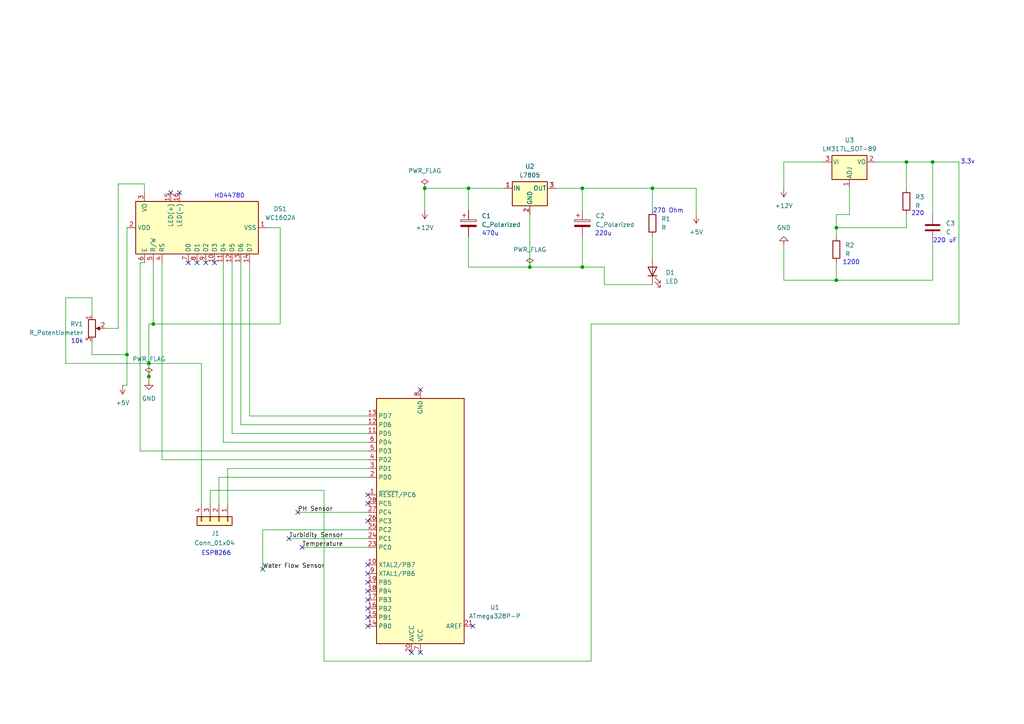
<source format=kicad_sch>
(kicad_sch (version 20250114) (generator "eeschema") (generator_version "9.0")
  (paper "A4")
  (lib_symbols
    (symbol "Connector_Generic:Conn_01x04" (pin_names (offset 1.016) (hide yes))
      (property "Reference" "J" (at 0 5.08 0))
      (property "Value" "Conn_01x04" (at 0 -7.62 0))
      (symbol "Conn_01x04_1_1"
        (rectangle (start -1.27 3.81) (end 1.27 -6.35) (stroke (width 0.254)) (fill (type background)))
        (rectangle (start -1.27 2.667) (end 0 2.413) (stroke (width 0.1524)))
        (rectangle (start -1.27 0.127) (end 0 -0.127) (stroke (width 0.1524)))
        (rectangle (start -1.27 -2.413) (end 0 -2.667) (stroke (width 0.1524)))
        (rectangle (start -1.27 -4.953) (end 0 -5.207) (stroke (width 0.1524)))
        (pin passive line (at -5.08 2.54 0) (length 3.81) (name "Pin_1") (number "1"))
        (pin passive line (at -5.08 0 0) (length 3.81) (name "Pin_2") (number "2"))
        (pin passive line (at -5.08 -2.54 0) (length 3.81) (name "Pin_3") (number "3"))
        (pin passive line (at -5.08 -5.08 0) (length 3.81) (name "Pin_4") (number "4"))
      )
    )
    (symbol "Device:C" (pin_numbers (hide yes)) (pin_names (offset 0.254))
      (property "Reference" "C" (at 0.635 2.54 0))
      (property "Value" "C" (at 0.635 -2.54 0))
      (symbol "C_0_1"
        (polyline (pts (xy -2.032 0.762) (xy 2.032 0.762)) (stroke (width 0.508)))
        (polyline (pts (xy -2.032 -0.762) (xy 2.032 -0.762)) (stroke (width 0.508)))
      )
      (symbol "C_1_1"
        (pin passive line (at 0 3.81 270) (length 2.794) (name "~") (number "1"))
        (pin passive line (at 0 -3.81 90) (length 2.794) (name "~") (number "2"))
      )
    )
    (symbol "Device:C_Polarized" (pin_numbers (hide yes)) (pin_names (offset 0.254))
      (property "Reference" "C" (at 0.635 2.54 0))
      (property "Value" "C_Polarized" (at 0.635 -2.54 0))
      (symbol "C_Polarized_0_1"
        (rectangle (start -2.286 0.508) (end 2.286 1.016))
        (polyline (pts (xy -1.778 2.286) (xy -0.762 2.286)))
        (polyline (pts (xy -1.27 2.794) (xy -1.27 1.778)))
        (rectangle (start 2.286 -0.508) (end -2.286 -1.016) (fill (type outline)))
      )
      (symbol "C_Polarized_1_1"
        (pin passive line (at 0 3.81 270) (length 2.794) (name "~") (number "1"))
        (pin passive line (at 0 -3.81 90) (length 2.794) (name "~") (number "2"))
      )
    )
    (symbol "Device:LED" (pin_numbers (hide yes)) (pin_names (offset 1.016) (hide yes))
      (property "Reference" "D" (at 0 2.54 0))
      (property "Value" "LED" (at 0 -2.54 0))
      (symbol "LED_0_1"
        (polyline (pts (xy -3.048 -0.762) (xy -4.572 -2.286) (xy -3.81 -2.286) (xy -4.572 -2.286) (xy -4.572 -1.524)))
        (polyline (pts (xy -1.778 -0.762) (xy -3.302 -2.286) (xy -2.54 -2.286) (xy -3.302 -2.286) (xy -3.302 -1.524)))
        (polyline (pts (xy -1.27 0) (xy 1.27 0)))
        (polyline (pts (xy -1.27 -1.27) (xy -1.27 1.27)) (stroke (width 0.254)))
        (polyline (pts (xy 1.27 -1.27) (xy 1.27 1.27) (xy -1.27 0) (xy 1.27 -1.27)) (stroke (width 0.254)))
      )
      (symbol "LED_1_1"
        (pin passive line (at -3.81 0 0) (length 2.54) (name "K") (number "1"))
        (pin passive line (at 3.81 0 180) (length 2.54) (name "A") (number "2"))
      )
    )
    (symbol "Device:R" (pin_numbers (hide yes)) (pin_names (offset 0))
      (property "Reference" "R" (at 2.032 0 90))
      (property "Value" "R" (at 0 0 90))
      (symbol "R_0_1"
        (rectangle (start -1.016 -2.54) (end 1.016 2.54) (stroke (width 0.254)))
      )
      (symbol "R_1_1"
        (pin passive line (at 0 3.81 270) (length 1.27) (name "~") (number "1"))
        (pin passive line (at 0 -3.81 90) (length 1.27) (name "~") (number "2"))
      )
    )
    (symbol "Device:R_Potentiometer" (pin_names (offset 1.016) (hide yes))
      (property "Reference" "RV" (at -4.445 0 90))
      (property "Value" "R_Potentiometer" (at -2.54 0 90))
      (symbol "R_Potentiometer_0_1"
        (rectangle (start 1.016 2.54) (end -1.016 -2.54) (stroke (width 0.254)))
        (polyline (pts (xy 1.143 0) (xy 2.286 0.508) (xy 2.286 -0.508) (xy 1.143 0)) (fill (type outline)))
        (polyline (pts (xy 2.54 0) (xy 1.524 0)))
      )
      (symbol "R_Potentiometer_1_1"
        (pin passive line (at 0 3.81 270) (length 1.27) (name "1") (number "1"))
        (pin passive line (at 0 -3.81 90) (length 1.27) (name "3") (number "3"))
        (pin passive line (at 3.81 0 180) (length 1.27) (name "2") (number "2"))
      )
    )
    (symbol "Display_Character:WC1602A"
      (property "Reference" "DS" (at -5.842 19.05 0))
      (property "Value" "WC1602A" (at 5.334 19.05 0))
      (symbol "WC1602A_1_1"
        (rectangle (start -7.62 17.78) (end 7.62 -17.78) (stroke (width 0.254)) (fill (type background)))
        (pin input line (at -10.16 15.24 0) (length 2.54) (name "E") (number "6"))
        (pin input line (at -10.16 12.7 0) (length 2.54) (name "R/W") (number "5"))
        (pin input line (at -10.16 10.16 0) (length 2.54) (name "RS") (number "4"))
        (pin input line (at -10.16 2.54 0) (length 2.54) (name "D0") (number "7"))
        (pin input line (at -10.16 0 0) (length 2.54) (name "D1") (number "8"))
        (pin input line (at -10.16 -2.54 0) (length 2.54) (name "D2") (number "9"))
        (pin input line (at -10.16 -5.08 0) (length 2.54) (name "D3") (number "10"))
        (pin input line (at -10.16 -7.62 0) (length 2.54) (name "D4") (number "11"))
        (pin input line (at -10.16 -10.16 0) (length 2.54) (name "D5") (number "12"))
        (pin input line (at -10.16 -12.7 0) (length 2.54) (name "D6") (number "13"))
        (pin input line (at -10.16 -15.24 0) (length 2.54) (name "D7") (number "14"))
        (pin power_in line (at 0 20.32 270) (length 2.54) (name "VDD") (number "2"))
        (pin power_in line (at 0 -20.32 90) (length 2.54) (name "VSS") (number "1"))
        (pin input line (at 10.16 15.24 180) (length 2.54) (name "VO") (number "3"))
        (pin power_in line (at 10.16 7.62 180) (length 2.54) (name "LED(+)") (number "15"))
        (pin power_in line (at 10.16 5.08 180) (length 2.54) (name "LED(-)") (number "16"))
      )
    )
    (symbol "MCU_Microchip_ATmega:ATmega328P-P"
      (property "Reference" "U" (at -12.7 36.83 0))
      (property "Value" "ATmega328P-P" (at 2.54 -36.83 0))
      (symbol "ATmega328P-P_0_1"
        (rectangle (start -12.7 -35.56) (end 12.7 35.56) (stroke (width 0.254)) (fill (type background)))
      )
      (symbol "ATmega328P-P_1_1"
        (pin passive line (at -15.24 30.48 0) (length 2.54) (name "AREF") (number "21"))
        (pin power_in line (at 0 38.1 270) (length 2.54) (name "VCC") (number "7"))
        (pin passive line (at 0 -38.1 90) (length 2.54) (hide yes) (name "GND") (number "22"))
        (pin power_in line (at 0 -38.1 90) (length 2.54) (name "GND") (number "8"))
        (pin power_in line (at 2.54 38.1 270) (length 2.54) (name "AVCC") (number "20"))
        (pin bidirectional line (at 15.24 30.48 180) (length 2.54) (name "PB0") (number "14"))
        (pin bidirectional line (at 15.24 27.94 180) (length 2.54) (name "PB1") (number "15"))
        (pin bidirectional line (at 15.24 25.4 180) (length 2.54) (name "PB2") (number "16"))
        (pin bidirectional line (at 15.24 22.86 180) (length 2.54) (name "PB3") (number "17"))
        (pin bidirectional line (at 15.24 20.32 180) (length 2.54) (name "PB4") (number "18"))
        (pin bidirectional line (at 15.24 17.78 180) (length 2.54) (name "PB5") (number "19"))
        (pin bidirectional line (at 15.24 15.24 180) (length 2.54) (name "XTAL1/PB6") (number "9"))
        (pin bidirectional line (at 15.24 12.7 180) (length 2.54) (name "XTAL2/PB7") (number "10"))
        (pin bidirectional line (at 15.24 7.62 180) (length 2.54) (name "PC0") (number "23"))
        (pin bidirectional line (at 15.24 5.08 180) (length 2.54) (name "PC1") (number "24"))
        (pin bidirectional line (at 15.24 2.54 180) (length 2.54) (name "PC2") (number "25"))
        (pin bidirectional line (at 15.24 0 180) (length 2.54) (name "PC3") (number "26"))
        (pin bidirectional line (at 15.24 -2.54 180) (length 2.54) (name "PC4") (number "27"))
        (pin bidirectional line (at 15.24 -5.08 180) (length 2.54) (name "PC5") (number "28"))
        (pin bidirectional line (at 15.24 -7.62 180) (length 2.54) (name "~{RESET}/PC6") (number "1"))
        (pin bidirectional line (at 15.24 -12.7 180) (length 2.54) (name "PD0") (number "2"))
        (pin bidirectional line (at 15.24 -15.24 180) (length 2.54) (name "PD1") (number "3"))
        (pin bidirectional line (at 15.24 -17.78 180) (length 2.54) (name "PD2") (number "4"))
        (pin bidirectional line (at 15.24 -20.32 180) (length 2.54) (name "PD3") (number "5"))
        (pin bidirectional line (at 15.24 -22.86 180) (length 2.54) (name "PD4") (number "6"))
        (pin bidirectional line (at 15.24 -25.4 180) (length 2.54) (name "PD5") (number "11"))
        (pin bidirectional line (at 15.24 -27.94 180) (length 2.54) (name "PD6") (number "12"))
        (pin bidirectional line (at 15.24 -30.48 180) (length 2.54) (name "PD7") (number "13"))
      )
    )
    (symbol "Regulator_Linear:L7805" (pin_names (offset 0.254))
      (property "Reference" "U" (at -3.81 3.175 0))
      (property "Value" "L7805" (at 0 3.175 0))
      (symbol "L7805_0_1"
        (rectangle (start -5.08 1.905) (end 5.08 -5.08) (stroke (width 0.254)) (fill (type background)))
      )
      (symbol "L7805_1_1"
        (pin power_in line (at -7.62 0 0) (length 2.54) (name "IN") (number "1"))
        (pin power_in line (at 0 -7.62 90) (length 2.54) (name "GND") (number "2"))
        (pin power_out line (at 7.62 0 180) (length 2.54) (name "OUT") (number "3"))
      )
    )
    (symbol "Regulator_Linear:LM317L_SOT-89" (pin_names (offset 0.254))
      (property "Reference" "U" (at -3.81 3.175 0))
      (property "Value" "LM317L_SOT-89" (at 0 3.175 0))
      (symbol "LM317L_SOT-89_0_1"
        (rectangle (start -5.08 1.905) (end 5.08 -5.08) (stroke (width 0.254)) (fill (type background)))
      )
      (symbol "LM317L_SOT-89_1_1"
        (pin power_in line (at -7.62 0 0) (length 2.54) (name "VI") (number "3"))
        (pin input line (at 0 -7.62 90) (length 2.54) (name "ADJ") (number "1"))
        (pin power_out line (at 7.62 0 180) (length 2.54) (name "VO") (number "2"))
      )
    )
    (symbol "power:+12V" (power) (pin_numbers (hide yes)) (pin_names (offset 0) (hide yes))
      (property "Value" "+12V" (at 0 3.556 0))
      (symbol "+12V_0_1"
        (polyline (pts (xy -0.762 1.27) (xy 0 2.54)))
        (polyline (pts (xy 0 2.54) (xy 0.762 1.27)))
        (polyline (pts (xy 0 0) (xy 0 2.54)))
      )
      (symbol "+12V_1_1"
        (pin power_in line (at 0 0 90) (length 0) (name "~") (number "1"))
      )
    )
    (symbol "power:+5V" (power) (pin_numbers (hide yes)) (pin_names (offset 0) (hide yes))
      (property "Value" "+5V" (at 0 3.556 0))
      (symbol "+5V_0_1"
        (polyline (pts (xy -0.762 1.27) (xy 0 2.54)))
        (polyline (pts (xy 0 2.54) (xy 0.762 1.27)))
        (polyline (pts (xy 0 0) (xy 0 2.54)))
      )
      (symbol "+5V_1_1"
        (pin power_in line (at 0 0 90) (length 0) (name "~") (number "1"))
      )
    )
    (symbol "power:GND" (power) (pin_numbers (hide yes)) (pin_names (offset 0) (hide yes))
      (property "Value" "GND" (at 0 -3.81 0))
      (symbol "GND_0_1"
        (polyline (pts (xy 0 0) (xy 0 -1.27) (xy 1.27 -1.27) (xy 0 -2.54) (xy -1.27 -1.27) (xy 0 -1.27)))
      )
      (symbol "GND_1_1"
        (pin power_in line (at 0 0 270) (length 0) (name "~") (number "1"))
      )
    )
    (symbol "power:PWR_FLAG" (power) (pin_numbers (hide yes)) (pin_names (offset 0) (hide yes))
      (property "Value" "PWR_FLAG" (at 0 3.81 0))
      (symbol "PWR_FLAG_0_0"
        (pin power_out line (at 0 0 90) (length 0) (name "~") (number "1"))
      )
      (symbol "PWR_FLAG_0_1"
        (polyline (pts (xy 0 0) (xy 0 1.27) (xy -1.016 1.905) (xy 0 2.54) (xy 1.016 1.905) (xy 0 1.27)))
      )
    )
  )
  (text "220u" (at 175.006 67.818 0) (effects (font (size 1.27 1.27))))
  (text "220" (at 266.192 61.976 0) (effects (font (size 1.27 1.27))))
  (text "220 uF" (at 274.066 69.85 0) (effects (font (size 1.27 1.27))))
  (text "HD44780" (at 66.548 56.896 0) (effects (font (size 1.27 1.27))))
  (text "ESP8266" (at 62.738 160.528 0) (effects (font (size 1.27 1.27))))
  (text "10k" (at 22.352 99.06 0) (effects (font (size 1.27 1.27))))
  (text "1200" (at 246.888 76.2 0) (effects (font (size 1.27 1.27))))
  (text "270 Ohm" (at 193.802 61.214 0) (effects (font (size 1.27 1.27))))
  (text "3.3v" (at 280.67 46.99 0) (effects (font (size 1.27 1.27))))
  (text "470u" (at 142.24 67.818 0) (effects (font (size 1.27 1.27))))
  (junction (at 262.89 46.99))
  (junction (at 153.67 77.47))
  (junction (at 189.23 54.61))
  (junction (at 43.18 105.41))
  (junction (at 43.18 109.22))
  (junction (at 123.19 54.61))
  (junction (at 242.57 81.28))
  (junction (at 36.83 102.87))
  (junction (at 44.45 93.98))
  (junction (at 270.51 46.99))
  (junction (at 168.91 77.47))
  (junction (at 135.89 54.61))
  (junction (at 242.57 66.04))
  (junction (at 168.91 54.61))
  (no_connect (at 106.68 166.37))
  (no_connect (at 87.63 158.75))
  (no_connect (at 137.16 181.61))
  (no_connect (at 106.68 173.99))
  (no_connect (at 106.68 146.05))
  (no_connect (at 57.15 76.2))
  (no_connect (at 54.61 76.2))
  (no_connect (at 106.68 179.07))
  (no_connect (at 83.82 156.21))
  (no_connect (at 106.68 168.91))
  (no_connect (at 106.68 176.53))
  (no_connect (at 76.2 165.1))
  (no_connect (at 106.68 151.13))
  (no_connect (at 59.69 76.2))
  (no_connect (at 121.92 189.23))
  (no_connect (at 106.68 143.51))
  (no_connect (at 121.92 113.03))
  (no_connect (at 52.07 55.88))
  (no_connect (at 106.68 163.83))
  (no_connect (at 106.68 171.45))
  (no_connect (at 119.38 189.23))
  (no_connect (at 62.23 76.2))
  (no_connect (at 86.36 148.59))
  (no_connect (at 106.68 181.61))
  (no_connect (at 49.53 55.88))
  (wire (pts (xy 44.45 93.98) (xy 81.28 93.98)))
  (wire (pts (xy 135.89 77.47) (xy 153.67 77.47)))
  (wire (pts (xy 278.13 46.99) (xy 278.13 93.98)))
  (wire (pts (xy 81.28 66.04) (xy 77.47 66.04)))
  (wire (pts (xy 242.57 76.2) (xy 242.57 81.28)))
  (wire (pts (xy 270.51 81.28) (xy 242.57 81.28)))
  (wire (pts (xy 58.42 105.41) (xy 43.18 105.41)))
  (wire (pts (xy 135.89 68.58) (xy 135.89 77.47)))
  (wire (pts (xy 171.45 191.77) (xy 171.45 93.98)))
  (wire (pts (xy 81.28 93.98) (xy 81.28 66.04)))
  (wire (pts (xy 106.68 120.65) (xy 72.39 120.65)))
  (wire (pts (xy 63.5 138.43) (xy 63.5 146.05)))
  (wire (pts (xy 106.68 153.67) (xy 76.2 153.67)))
  (wire (pts (xy 26.67 86.36) (xy 19.05 86.36)))
  (wire (pts (xy 153.67 77.47) (xy 168.91 77.47)))
  (wire (pts (xy 262.89 62.23) (xy 262.89 66.04)))
  (wire (pts (xy 43.18 109.22) (xy 43.18 105.41)))
  (wire (pts (xy 26.67 91.44) (xy 26.67 86.36)))
  (wire (pts (xy 86.36 148.59) (xy 106.68 148.59)))
  (wire (pts (xy 106.68 130.81) (xy 40.64 130.81)))
  (wire (pts (xy 227.33 46.99) (xy 238.76 46.99)))
  (wire (pts (xy 270.51 46.99) (xy 278.13 46.99)))
  (wire (pts (xy 270.51 69.85) (xy 270.51 81.28)))
  (wire (pts (xy 43.18 105.41) (xy 43.18 93.98)))
  (wire (pts (xy 262.89 66.04) (xy 242.57 66.04)))
  (wire (pts (xy 93.98 191.77) (xy 171.45 191.77)))
  (wire (pts (xy 26.67 102.87) (xy 36.83 102.87)))
  (wire (pts (xy 43.18 110.49) (xy 43.18 109.22)))
  (wire (pts (xy 34.29 53.34) (xy 34.29 95.25)))
  (wire (pts (xy 40.64 130.81) (xy 40.64 76.2)))
  (wire (pts (xy 76.2 153.67) (xy 76.2 165.1)))
  (wire (pts (xy 135.89 54.61) (xy 123.19 54.61)))
  (wire (pts (xy 270.51 46.99) (xy 262.89 46.99)))
  (wire (pts (xy 106.68 135.89) (xy 66.04 135.89)))
  (wire (pts (xy 19.05 105.41) (xy 43.18 105.41)))
  (wire (pts (xy 26.67 99.06) (xy 26.67 102.87)))
  (wire (pts (xy 106.68 125.73) (xy 67.31 125.73)))
  (wire (pts (xy 153.67 62.23) (xy 153.67 77.47)))
  (wire (pts (xy 58.42 146.05) (xy 58.42 105.41)))
  (wire (pts (xy 34.29 95.25) (xy 30.48 95.25)))
  (wire (pts (xy 189.23 60.96) (xy 189.23 54.61)))
  (wire (pts (xy 72.39 120.65) (xy 72.39 76.2)))
  (wire (pts (xy 246.38 62.23) (xy 242.57 62.23)))
  (wire (pts (xy 135.89 54.61) (xy 135.89 60.96)))
  (wire (pts (xy 41.91 55.88) (xy 41.91 53.34)))
  (wire (pts (xy 64.77 128.27) (xy 106.68 128.27)))
  (wire (pts (xy 270.51 62.23) (xy 270.51 46.99)))
  (wire (pts (xy 36.83 66.04) (xy 36.83 102.87)))
  (wire (pts (xy 36.83 111.76) (xy 35.56 111.76)))
  (wire (pts (xy 87.63 158.75) (xy 106.68 158.75)))
  (wire (pts (xy 36.83 102.87) (xy 36.83 111.76)))
  (wire (pts (xy 19.05 86.36) (xy 19.05 105.41)))
  (wire (pts (xy 227.33 71.12) (xy 227.33 81.28)))
  (wire (pts (xy 175.26 82.55) (xy 175.26 77.47)))
  (wire (pts (xy 60.96 146.05) (xy 60.96 142.24)))
  (wire (pts (xy 67.31 125.73) (xy 67.31 76.2)))
  (wire (pts (xy 106.68 123.19) (xy 69.85 123.19)))
  (wire (pts (xy 242.57 66.04) (xy 242.57 68.58)))
  (wire (pts (xy 40.64 76.2) (xy 41.91 76.2)))
  (wire (pts (xy 69.85 123.19) (xy 69.85 76.2)))
  (wire (pts (xy 168.91 77.47) (xy 175.26 77.47)))
  (wire (pts (xy 43.18 93.98) (xy 44.45 93.98)))
  (wire (pts (xy 106.68 133.35) (xy 46.99 133.35)))
  (wire (pts (xy 227.33 81.28) (xy 242.57 81.28)))
  (wire (pts (xy 106.68 138.43) (xy 63.5 138.43)))
  (wire (pts (xy 93.98 142.24) (xy 93.98 191.77)))
  (wire (pts (xy 64.77 76.2) (xy 64.77 128.27)))
  (wire (pts (xy 189.23 54.61) (xy 168.91 54.61)))
  (wire (pts (xy 201.93 54.61) (xy 201.93 62.23)))
  (wire (pts (xy 46.99 133.35) (xy 46.99 76.2)))
  (wire (pts (xy 171.45 93.98) (xy 278.13 93.98)))
  (wire (pts (xy 254 46.99) (xy 262.89 46.99)))
  (wire (pts (xy 246.38 54.61) (xy 246.38 62.23)))
  (wire (pts (xy 44.45 76.2) (xy 44.45 93.98)))
  (wire (pts (xy 161.29 54.61) (xy 168.91 54.61)))
  (wire (pts (xy 60.96 142.24) (xy 93.98 142.24)))
  (wire (pts (xy 168.91 68.58) (xy 168.91 77.47)))
  (wire (pts (xy 227.33 54.61) (xy 227.33 46.99)))
  (wire (pts (xy 262.89 54.61) (xy 262.89 46.99)))
  (wire (pts (xy 242.57 62.23) (xy 242.57 66.04)))
  (wire (pts (xy 123.19 54.61) (xy 123.19 60.96)))
  (wire (pts (xy 66.04 135.89) (xy 66.04 146.05)))
  (wire (pts (xy 168.91 54.61) (xy 168.91 60.96)))
  (wire (pts (xy 189.23 82.55) (xy 175.26 82.55)))
  (wire (pts (xy 41.91 53.34) (xy 34.29 53.34)))
  (wire (pts (xy 189.23 68.58) (xy 189.23 74.93)))
  (wire (pts (xy 146.05 54.61) (xy 135.89 54.61)))
  (wire (pts (xy 83.82 156.21) (xy 106.68 156.21)))
  (wire (pts (xy 189.23 54.61) (xy 201.93 54.61)))
  (label "Water Flow Sensor" (at 76.2 165.1 0))
  (label "Turbidity Sensor" (at 83.82 156.21 0))
  (label "PH Sensor" (at 86.36 148.59 0))
  (label "Temperature" (at 87.63 158.75 0))
  (symbol (lib_id "Device:C") (at 270.51 66.04 0) (unit 1)
    (property "Reference" "C3" (at 274.32 64.7699 0) (effects (justify left)))
    (property "Value" "C" (at 274.32 67.3099 0) (effects (justify left)))
    (property "Footprint" "Capacitor_THT:C_Disc_D3.0mm_W1.6mm_P2.50mm" (effects (hide yes)))
    (property "Description" "Unpolarized capacitor" (effects (hide yes)))
  )
  (symbol (lib_id "power:+5V") (at 201.93 62.23 180) (unit 1)
    (property "Reference" "#PWR04" (effects (hide yes)))
    (property "Value" "+5V" (at 201.93 67.31 0))
    (property "Description" "Power symbol creates a global label with name \"+5V\"" (effects (hide yes)))
  )
  (symbol (lib_id "power:+12V") (at 227.33 54.61 180) (unit 1)
    (property "Reference" "#PWR05" (effects (hide yes)))
    (property "Value" "+12V" (at 227.33 59.69 0))
    (property "Description" "Power symbol creates a global label with name \"+12V\"" (effects (hide yes)))
  )
  (symbol (lib_id "Device:R_Potentiometer") (at 26.67 95.25 0) (unit 1)
    (property "Reference" "RV1" (at 24.13 93.9799 0) (effects (justify right)))
    (property "Value" "R_Potentiometer" (at 24.13 96.5199 0) (effects (justify right)))
    (property "Footprint" "Potentiometer_THT:Potentiometer_Piher_PT-10-V10_Vertical" (effects (hide yes)))
    (property "Description" "Potentiometer" (effects (hide yes)))
  )
  (symbol (lib_id "Device:C_Polarized") (at 135.89 64.77 0) (unit 1)
    (property "Reference" "C1" (at 139.7 62.6109 0) (effects (justify left)))
    (property "Value" "C_Polarized" (at 139.7 65.1509 0) (effects (justify left)))
    (property "Footprint" "Capacitor_THT:CP_Radial_D5.0mm_P2.50mm" (effects (hide yes)))
    (property "Description" "Polarized capacitor" (effects (hide yes)))
  )
  (symbol (lib_id "power:+12V") (at 123.19 60.96 180) (unit 1)
    (property "Reference" "#PWR03" (effects (hide yes)))
    (property "Value" "+12V" (at 123.19 66.04 0))
    (property "Description" "Power symbol creates a global label with name \"+12V\"" (effects (hide yes)))
  )
  (symbol (lib_id "power:+5V") (at 35.56 111.76 180) (unit 1)
    (property "Reference" "#PWR01" (effects (hide yes)))
    (property "Value" "+5V" (at 35.56 116.84 0))
    (property "Description" "Power symbol creates a global label with name \"+5V\"" (effects (hide yes)))
  )
  (symbol (lib_id "Device:C_Polarized") (at 168.91 64.77 0) (unit 1)
    (property "Reference" "C2" (at 172.72 62.6109 0) (effects (justify left)))
    (property "Value" "C_Polarized" (at 172.72 65.1509 0) (effects (justify left)))
    (property "Footprint" "Capacitor_THT:CP_Radial_D5.0mm_P2.50mm" (effects (hide yes)))
    (property "Description" "Polarized capacitor" (effects (hide yes)))
  )
  (symbol (lib_id "power:GND") (at 227.33 71.12 180) (unit 1)
    (property "Reference" "#PWR06" (effects (hide yes)))
    (property "Value" "GND" (at 227.33 66.04 0))
    (property "Description" "Power symbol creates a global label with name \"GND\" , ground" (effects (hide yes)))
  )
  (symbol (lib_id "Device:R") (at 262.89 58.42 0) (unit 1)
    (property "Reference" "R3" (at 265.43 57.1499 0) (effects (justify left)))
    (property "Value" "R" (at 265.43 59.6899 0) (effects (justify left)))
    (property "Footprint" "Resistor_THT:R_Axial_DIN0207_L6.3mm_D2.5mm_P15.24mm_Horizontal" (effects (hide yes)))
    (property "Description" "Resistor" (effects (hide yes)))
  )
  (symbol (lib_id "Display_Character:WC1602A") (at 57.15 66.04 90) (unit 1)
    (property "Reference" "DS1" (at 81.28 60.5946 90))
    (property "Value" "WC1602A" (at 81.28 63.1346 90))
    (property "Footprint" "Display:WC1602A" (effects (hide yes)))
    (property "Datasheet" "http://www.wincomlcd.com/pdf/WC1602A-SFYLYHTC06.pdf" (effects (hide yes)))
    (property "Description" "LCD 16x2 Alphanumeric , 8 bit parallel bus, 5V VDD" (effects (hide yes)))
  )
  (symbol (lib_id "MCU_Microchip_ATmega:ATmega328P-P") (at 121.92 151.13 180) (unit 1)
    (property "Reference" "U1" (at 143.51 176.1646 0))
    (property "Value" "ATmega328P-P" (at 143.51 178.7046 0))
    (property "Footprint" "Package_DIP:DIP-28_W7.62mm" (effects (hide yes)))
    (property "Datasheet" "http://ww1.microchip.com/downloads/en/DeviceDoc/ATmega328_P%20AVR%20MCU%20with%20picoPower%20Technology%20Data%20Sheet%2040001984A.pdf" (effects (hide yes)))
    (property "Description" "20MHz, 32kB Flash, 2kB SRAM, 1kB EEPROM, DIP-28" (effects (hide yes)))
  )
  (symbol (lib_id "power:GND") (at 43.18 110.49 0) (unit 1)
    (property "Reference" "#PWR02" (effects (hide yes)))
    (property "Value" "GND" (at 43.18 115.57 0))
    (property "Description" "Power symbol creates a global label with name \"GND\" , ground" (effects (hide yes)))
  )
  (symbol (lib_id "Regulator_Linear:LM317L_SOT-89") (at 246.38 46.99 0) (unit 1)
    (property "Reference" "U3" (at 246.38 40.64 0))
    (property "Value" "LM317L_SOT-89" (at 246.38 43.18 0))
    (property "Footprint" "Package_TO_SOT_SMD:SOT-89-3" (effects (hide yes)))
    (property "Datasheet" "http://www.ti.com/lit/ds/symlink/lm317l.pdf" (effects (hide yes)))
    (property "Description" "100mA 35V Adjustable Linear Regulator, SOT-89" (effects (hide yes)))
  )
  (symbol (lib_id "power:PWR_FLAG") (at 43.18 109.22 0) (unit 1)
    (property "Reference" "#FLG03" (effects (hide yes)))
    (property "Value" "PWR_FLAG" (at 43.18 104.14 0))
    (property "Description" "Special symbol for telling ERC where power comes from" (effects (hide yes)))
  )
  (symbol (lib_id "Device:R") (at 242.57 72.39 0) (unit 1)
    (property "Reference" "R2" (at 245.11 71.1199 0) (effects (justify left)))
    (property "Value" "R" (at 245.11 73.6599 0) (effects (justify left)))
    (property "Footprint" "Resistor_THT:R_Axial_DIN0207_L6.3mm_D2.5mm_P15.24mm_Horizontal" (effects (hide yes)))
    (property "Description" "Resistor" (effects (hide yes)))
  )
  (symbol (lib_id "Device:LED") (at 189.23 78.74 90) (unit 1)
    (property "Reference" "D1" (at 193.04 79.0574 90) (effects (justify right)))
    (property "Value" "LED" (at 193.04 81.5974 90) (effects (justify right)))
    (property "Footprint" "LED_THT:LED_D5.0mm" (effects (hide yes)))
    (property "Description" "Light emitting diode" (effects (hide yes)))
    (property "Sim.Pins" "1=K 2=A" (effects (hide yes)))
  )
  (symbol (lib_id "power:PWR_FLAG") (at 153.67 77.47 0) (unit 1)
    (property "Reference" "#FLG02" (effects (hide yes)))
    (property "Value" "PWR_FLAG" (at 153.67 72.39 0))
    (property "Description" "Special symbol for telling ERC where power comes from" (effects (hide yes)))
  )
  (symbol (lib_id "Regulator_Linear:L7805") (at 153.67 54.61 0) (unit 1)
    (property "Reference" "U2" (at 153.67 48.26 0))
    (property "Value" "L7805" (at 153.67 50.8 0))
    (property "Footprint" "Package_TO_SOT_THT:TO-220F-4_P5.08x2.05mm_StaggerEven_Lead1.85mm_Vertical" (effects (hide yes)))
    (property "Datasheet" "http://www.st.com/content/ccc/resource/technical/document/datasheet/41/4f/b3/b0/12/d4/47/88/CD00000444.pdf/files/CD00000444.pdf/jcr:content/translations/en.CD00000444.pdf" (effects (hide yes)))
    (property "Description" "Positive 1.5A 35V Linear Regulator, Fixed Output 5V, TO-220/TO-263/TO-252" (effects (hide yes)))
  )
  (symbol (lib_id "Device:R") (at 189.23 64.77 0) (unit 1)
    (property "Reference" "R1" (at 191.77 63.4999 0) (effects (justify left)))
    (property "Value" "R" (at 191.77 66.0399 0) (effects (justify left)))
    (property "Footprint" "Resistor_THT:R_Axial_DIN0207_L6.3mm_D2.5mm_P15.24mm_Horizontal" (effects (hide yes)))
    (property "Description" "Resistor" (effects (hide yes)))
  )
  (symbol (lib_id "Connector_Generic:Conn_01x04") (at 63.5 151.13 270) (unit 1)
    (property "Reference" "J1" (at 62.484 154.686 90))
    (property "Value" "Conn_01x04" (at 62.23 157.48 90))
    (property "Footprint" "Display:LCD-016N002L" (effects (hide yes)))
    (property "Description" "Generic connector, single row, 01x04, script generated (kicad-library-utils/schlib/autogen/connector/)" (effects (hide yes)))
  )
  (symbol (lib_id "power:PWR_FLAG") (at 123.19 54.61 0) (unit 1)
    (property "Reference" "#FLG01" (effects (hide yes)))
    (property "Value" "PWR_FLAG" (at 123.19 49.53 0))
    (property "Description" "Special symbol for telling ERC where power comes from" (effects (hide yes)))
  )
)
</source>
